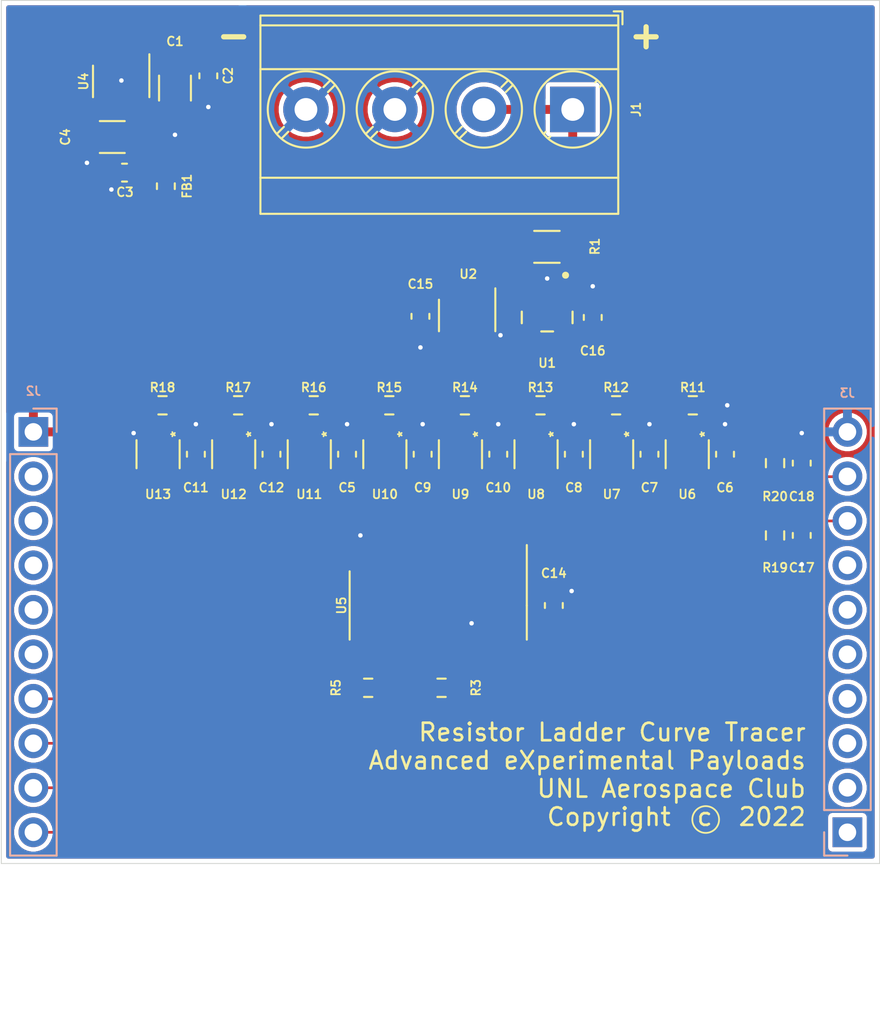
<source format=kicad_pcb>
(kicad_pcb (version 20171130) (host pcbnew "(5.1.10)-1")
  (title_block (title "Resistor Ladder Curve Tracer Layout") (date 2022-09-18) (rev A) (company "UNL Aerospace Club") (comment 1 "Copyright (c) 2022") (comment 2 "Designer: WSA") (comment 3 "Reviewer: WSA") (comment 4 "Approved: WSA"))
  (layers (0 F.Cu signal) (31 B.Cu signal) (34 B.Paste user) (35 F.Paste user) (36 B.SilkS user hide) (37 F.SilkS user) (38 B.Mask user) (39 F.Mask user) (44 Edge.Cuts user))
  (net 0 "")
  (net 1 GND)
  (net 2 VBUS)
  (net 3 "Net-(C3-Pad1)")
  (net 4 +3V3)
  (net 5 I_PANEL_MEASURE)
  (net 6 "Net-(J2-Pad4)")
  (net 7 "Net-(J2-Pad3)")
  (net 8 V_PANEL_MEASURE)
  (net 9 "Net-(J3-Pad7)")
  (net 10 "Net-(J3-Pad6)")
  (net 11 "Net-(J3-Pad4)")
  (net 12 "Net-(J3-Pad3)")
  (net 13 "Net-(J3-Pad2)")
  (net 14 "/Resistor Ladder/V_PANEL")
  (net 15 "Net-(R11-Pad1)")
  (net 16 "Net-(R12-Pad1)")
  (net 17 "Net-(R13-Pad1)")
  (net 18 "Net-(R14-Pad1)")
  (net 19 "Net-(R15-Pad1)")
  (net 20 "Net-(R16-Pad1)")
  (net 21 "Net-(R17-Pad1)")
  (net 22 "Net-(U4-Pad4)")
  (net 23 "Net-(U5-Pad15)")
  (net 24 "Net-(U5-Pad9)")
  (net 25 "Net-(U13-Pad4)")
  (net 26 "Net-(U12-Pad4)")
  (net 27 "Net-(U11-Pad4)")
  (net 28 "Net-(U10-Pad4)")
  (net 29 "Net-(U5-Pad3)")
  (net 30 "Net-(U5-Pad2)")
  (net 31 "Net-(U5-Pad1)")
  (net 32 "Net-(U6-Pad5)")
  (net 33 "Net-(U7-Pad5)")
  (net 34 "Net-(U8-Pad5)")
  (net 35 "Net-(U9-Pad5)")
  (net 36 "Net-(U10-Pad5)")
  (net 37 "Net-(U11-Pad5)")
  (net 38 "Net-(U12-Pad5)")
  (net 39 "Net-(U13-Pad5)")
  (net 40 "Net-(R19-Pad1)")
  (net 41 "Net-(R20-Pad1)")
  (net 42 LADDER_RESET)
  (net 43 LADDER_CLOCK)
  (net 44 LADDER_EN)
  (net 45 "Net-(J1-Pad1)")
  (net 46 "Net-(J2-Pad2)")
  (net 47 "Net-(J2-Pad6)")
  (net 48 "Net-(J2-Pad5)")
  (net 49 LADDER_LATCH)
  (net 50 "Net-(J3-Pad1)")
  (net 51 "Net-(J3-Pad5)")
  (module Package_TO_SOT_SMD:SOT-23-5 (layer F.Cu) (at 131.3053 89.0778 270)
    (fp_text reference U4 (at 0 2.1463 90) (layer F.SilkS) (effects (font (size 0.5 0.5) (thickness 0.1))))
    (fp_text value AP2112K-3.3)
    (pad 1 smd rect (at -1.1 -0.95 270) (size 1.06 0.65) (layers F.Cu F.Paste F.Mask) (net 2 VBUS))
    (pad 2 smd rect (at -1.1 0 270) (size 1.06 0.65) (layers F.Cu F.Paste F.Mask) (net 1 GND))
    (pad 3 smd rect (at -1.1 0.95 270) (size 1.06 0.65) (layers F.Cu F.Paste F.Mask) (net 2 VBUS))
    (pad 4 smd rect (at 1.1 0.95 270) (size 1.06 0.65) (layers F.Cu F.Paste F.Mask) (net 22 "Net-(U4-Pad4)"))
    (pad 5 smd rect (at 1.1 -0.95 270) (size 1.06 0.65) (layers F.Cu F.Paste F.Mask) (net 3 "Net-(C3-Pad1)"))
  )
  (module Inductor_SMD:L_0603_1608Metric (layer F.Cu) (at 133.858 95.0595 90)
    (fp_text reference FB1 (at 0 1.2065 90) (layer F.SilkS) (effects (font (size 0.5 0.5) (thickness 0.1))))
    (fp_text value Ferrite_Bead)
    (pad 1 smd roundrect (at -0.7875 0 90) (size 0.875 0.95) (layers F.Cu F.Paste F.Mask) (net 4 +3V3))
    (pad 2 smd roundrect (at 0.7875 0 90) (size 0.875 0.95) (layers F.Cu F.Paste F.Mask) (net 3 "Net-(C3-Pad1)"))
  )
  (module Capacitor_SMD:C_1206_3216Metric (layer F.Cu) (at 130.7973 92.2528 180)
    (fp_text reference C4 (at 2.6797 0 90) (layer F.SilkS) (effects (font (size 0.5 0.5) (thickness 0.1))))
    (fp_text value 10u)
    (pad 1 smd roundrect (at -1.475 0 180) (size 1.15 1.8) (layers F.Cu F.Paste F.Mask) (roundrect_rratio 0.2173904347826087) (net 3 "Net-(C3-Pad1)"))
    (pad 2 smd roundrect (at 1.475 0 180) (size 1.15 1.8) (layers F.Cu F.Paste F.Mask) (roundrect_rratio 0.2173904347826087) (net 1 GND))
  )
  (module Capacitor_SMD:C_0603_1608Metric (layer F.Cu) (at 131.4958 94.2848 180)
    (fp_text reference C3 (at -0.0254 -1.1176 180) (layer F.SilkS) (effects (font (size 0.5 0.5) (thickness 0.1))))
    (fp_text value 1u)
    (pad 1 smd roundrect (at -0.775 0 180) (size 0.9 0.95) (layers F.Cu F.Paste F.Mask) (net 3 "Net-(C3-Pad1)"))
    (pad 2 smd roundrect (at 0.775 0 180) (size 0.9 0.95) (layers F.Cu F.Paste F.Mask) (net 1 GND))
  )
  (module Capacitor_SMD:C_0603_1608Metric (layer F.Cu) (at 136.2837 88.7603 270)
    (fp_text reference C2 (at -0.0127 -1.1303 90) (layer F.SilkS) (effects (font (size 0.5 0.5) (thickness 0.1))))
    (fp_text value 1u)
    (pad 1 smd roundrect (at -0.775 0 270) (size 0.9 0.95) (layers F.Cu F.Paste F.Mask) (net 2 VBUS))
    (pad 2 smd roundrect (at 0.775 0 270) (size 0.9 0.95) (layers F.Cu F.Paste F.Mask) (net 1 GND))
  )
  (module Capacitor_SMD:C_1206_3216Metric (layer F.Cu) (at 134.3787 89.4588 270)
    (fp_text reference C1 (at -2.667 0) (layer F.SilkS) (effects (font (size 0.5 0.5) (thickness 0.1))))
    (fp_text value 10u)
    (pad 1 smd roundrect (at -1.475 0 270) (size 1.15 1.8) (layers F.Cu F.Paste F.Mask) (roundrect_rratio 0.2173904347826087) (net 2 VBUS))
    (pad 2 smd roundrect (at 1.475 0 270) (size 1.15 1.8) (layers F.Cu F.Paste F.Mask) (roundrect_rratio 0.2173904347826087) (net 1 GND))
  )
  (module Resistor_SMD:R_0603_1608Metric (layer F.Cu) (at 168.656 110.871 270)
    (fp_text reference R20 (at 1.905 0) (layer F.SilkS) (effects (font (size 0.5 0.5) (thickness 0.1))))
    (fp_text value 10k)
    (pad 2 smd roundrect (at 0.825 0 270) (size 0.8 0.95) (layers F.Cu F.Paste F.Mask) (net 5 I_PANEL_MEASURE))
    (pad 1 smd roundrect (at -0.825 0 270) (size 0.8 0.95) (layers F.Cu F.Paste F.Mask) (net 41 "Net-(R20-Pad1)"))
  )
  (module Resistor_SMD:R_0603_1608Metric (layer F.Cu) (at 168.656 114.9985 90)
    (fp_text reference R19 (at -1.8415 0 180) (layer F.SilkS) (effects (font (size 0.5 0.5) (thickness 0.1))))
    (fp_text value 10k)
    (pad 2 smd roundrect (at 0.825 0 90) (size 0.8 0.95) (layers F.Cu F.Paste F.Mask) (net 8 V_PANEL_MEASURE))
    (pad 1 smd roundrect (at -0.825 0 90) (size 0.8 0.95) (layers F.Cu F.Paste F.Mask) (net 40 "Net-(R19-Pad1)"))
  )
  (module Capacitor_SMD:C_0603_1608Metric (layer F.Cu) (at 170.18 110.871 90)
    (fp_text reference C18 (at -1.905 0) (layer F.SilkS) (effects (font (size 0.5 0.5) (thickness 0.1))))
    (fp_text value 10u)
    (pad 2 smd roundrect (at 0.775 0 90) (size 0.9 0.95) (layers F.Cu F.Paste F.Mask) (net 1 GND))
    (pad 1 smd roundrect (at -0.775 0 90) (size 0.9 0.95) (layers F.Cu F.Paste F.Mask) (net 5 I_PANEL_MEASURE))
  )
  (module Capacitor_SMD:C_0603_1608Metric (layer F.Cu) (at 170.18 114.9985 270)
    (fp_text reference C17 (at 1.8415 0 180) (layer F.SilkS) (effects (font (size 0.5 0.5) (thickness 0.1))))
    (fp_text value 10u)
    (pad 2 smd roundrect (at 0.775 0 270) (size 0.9 0.95) (layers F.Cu F.Paste F.Mask) (net 1 GND))
    (pad 1 smd roundrect (at -0.775 0 270) (size 0.9 0.95) (layers F.Cu F.Paste F.Mask) (net 8 V_PANEL_MEASURE))
  )
  (module ul_ADG841YKSZ-500RL7:ADG841YKSZ-500RL7 (layer F.Cu) (at 133.4135 110.363 270)
    (fp_text reference U13 (at 2.286 0 180) (layer F.SilkS) (effects (font (size 0.5 0.5) (thickness 0.1))))
    (fp_text value ADG841YKSZ-500RL7 hide)
    (fp_text user * (at -1.143 -1.016 90) (layer F.SilkS) (effects (font (size 0.5 0.5) (thickness 0.1))))
    (pad 1 smd rect (at -1.11125 -0.649999 270) (size 0.8763 0.3556) (layers F.Cu F.Paste F.Mask) (net 21 "Net-(R17-Pad1)"))
    (pad 2 smd rect (at -1.11125 0 270) (size 0.8763 0.3556) (layers F.Cu F.Paste F.Mask) (net 14 "/Resistor Ladder/V_PANEL"))
    (pad 3 smd rect (at -1.11125 0.649999 270) (size 0.8763 0.3556) (layers F.Cu F.Paste F.Mask) (net 1 GND))
    (pad 4 smd rect (at 1.11125 0.649999 270) (size 0.8763 0.3556) (layers F.Cu F.Paste F.Mask) (net 25 "Net-(U13-Pad4)"))
    (pad 5 smd rect (at 1.11125 0 270) (size 0.8763 0.3556) (layers F.Cu F.Paste F.Mask) (net 39 "Net-(U13-Pad5)"))
    (pad 6 smd rect (at 1.11125 -0.649999 270) (size 0.8763 0.3556) (layers F.Cu F.Paste F.Mask) (net 4 +3V3))
  )
  (module ul_ADG841YKSZ-500RL7:ADG841YKSZ-500RL7 (layer F.Cu) (at 137.7315 110.363 270)
    (fp_text reference U12 (at 2.286 0 180) (layer F.SilkS) (effects (font (size 0.5 0.5) (thickness 0.1))))
    (fp_text value ADG841YKSZ-500RL7 hide)
    (fp_text user * (at -1.143 -1.016 90) (layer F.SilkS) (effects (font (size 0.5 0.5) (thickness 0.1))))
    (pad 1 smd rect (at -1.11125 -0.649999 270) (size 0.8763 0.3556) (layers F.Cu F.Paste F.Mask) (net 20 "Net-(R16-Pad1)"))
    (pad 2 smd rect (at -1.11125 0 270) (size 0.8763 0.3556) (layers F.Cu F.Paste F.Mask) (net 21 "Net-(R17-Pad1)"))
    (pad 3 smd rect (at -1.11125 0.649999 270) (size 0.8763 0.3556) (layers F.Cu F.Paste F.Mask) (net 1 GND))
    (pad 4 smd rect (at 1.11125 0.649999 270) (size 0.8763 0.3556) (layers F.Cu F.Paste F.Mask) (net 26 "Net-(U12-Pad4)"))
    (pad 5 smd rect (at 1.11125 0 270) (size 0.8763 0.3556) (layers F.Cu F.Paste F.Mask) (net 38 "Net-(U12-Pad5)"))
    (pad 6 smd rect (at 1.11125 -0.649999 270) (size 0.8763 0.3556) (layers F.Cu F.Paste F.Mask) (net 4 +3V3))
  )
  (module ul_ADG841YKSZ-500RL7:ADG841YKSZ-500RL7 (layer F.Cu) (at 142.0495 110.363 270)
    (fp_text reference U11 (at 2.286 0 180) (layer F.SilkS) (effects (font (size 0.5 0.5) (thickness 0.1))))
    (fp_text value ADG841YKSZ-500RL7 hide)
    (fp_text user * (at -1.143 -1.016 90) (layer F.SilkS) (effects (font (size 0.5 0.5) (thickness 0.1))))
    (pad 1 smd rect (at -1.11125 -0.649999 270) (size 0.8763 0.3556) (layers F.Cu F.Paste F.Mask) (net 19 "Net-(R15-Pad1)"))
    (pad 2 smd rect (at -1.11125 0 270) (size 0.8763 0.3556) (layers F.Cu F.Paste F.Mask) (net 20 "Net-(R16-Pad1)"))
    (pad 3 smd rect (at -1.11125 0.649999 270) (size 0.8763 0.3556) (layers F.Cu F.Paste F.Mask) (net 1 GND))
    (pad 4 smd rect (at 1.11125 0.649999 270) (size 0.8763 0.3556) (layers F.Cu F.Paste F.Mask) (net 27 "Net-(U11-Pad4)"))
    (pad 5 smd rect (at 1.11125 0 270) (size 0.8763 0.3556) (layers F.Cu F.Paste F.Mask) (net 37 "Net-(U11-Pad5)"))
    (pad 6 smd rect (at 1.11125 -0.649999 270) (size 0.8763 0.3556) (layers F.Cu F.Paste F.Mask) (net 4 +3V3))
  )
  (module ul_ADG841YKSZ-500RL7:ADG841YKSZ-500RL7 (layer F.Cu) (at 146.3675 110.363 270)
    (fp_text reference U10 (at 2.286 0 180) (layer F.SilkS) (effects (font (size 0.5 0.5) (thickness 0.1))))
    (fp_text value ADG841YKSZ-500RL7 hide)
    (fp_text user * (at -1.143 -1.016 90) (layer F.SilkS) (effects (font (size 0.5 0.5) (thickness 0.1))))
    (pad 1 smd rect (at -1.11125 -0.649999 270) (size 0.8763 0.3556) (layers F.Cu F.Paste F.Mask) (net 18 "Net-(R14-Pad1)"))
    (pad 2 smd rect (at -1.11125 0 270) (size 0.8763 0.3556) (layers F.Cu F.Paste F.Mask) (net 19 "Net-(R15-Pad1)"))
    (pad 3 smd rect (at -1.11125 0.649999 270) (size 0.8763 0.3556) (layers F.Cu F.Paste F.Mask) (net 1 GND))
    (pad 4 smd rect (at 1.11125 0.649999 270) (size 0.8763 0.3556) (layers F.Cu F.Paste F.Mask) (net 28 "Net-(U10-Pad4)"))
    (pad 5 smd rect (at 1.11125 0 270) (size 0.8763 0.3556) (layers F.Cu F.Paste F.Mask) (net 36 "Net-(U10-Pad5)"))
    (pad 6 smd rect (at 1.11125 -0.649999 270) (size 0.8763 0.3556) (layers F.Cu F.Paste F.Mask) (net 4 +3V3))
  )
  (module ul_ADG841YKSZ-500RL7:ADG841YKSZ-500RL7 (layer F.Cu) (at 150.6855 110.363 270)
    (fp_text reference U9 (at 2.286 0 180) (layer F.SilkS) (effects (font (size 0.5 0.5) (thickness 0.1))))
    (fp_text value ADG841YKSZ-500RL7 hide)
    (fp_text user * (at -1.143 -1.016 90) (layer F.SilkS) (effects (font (size 0.5 0.5) (thickness 0.1))))
    (pad 1 smd rect (at -1.11125 -0.649999 270) (size 0.8763 0.3556) (layers F.Cu F.Paste F.Mask) (net 17 "Net-(R13-Pad1)"))
    (pad 2 smd rect (at -1.11125 0 270) (size 0.8763 0.3556) (layers F.Cu F.Paste F.Mask) (net 18 "Net-(R14-Pad1)"))
    (pad 3 smd rect (at -1.11125 0.649999 270) (size 0.8763 0.3556) (layers F.Cu F.Paste F.Mask) (net 1 GND))
    (pad 4 smd rect (at 1.11125 0.649999 270) (size 0.8763 0.3556) (layers F.Cu F.Paste F.Mask) (net 29 "Net-(U5-Pad3)"))
    (pad 5 smd rect (at 1.11125 0 270) (size 0.8763 0.3556) (layers F.Cu F.Paste F.Mask) (net 35 "Net-(U9-Pad5)"))
    (pad 6 smd rect (at 1.11125 -0.649999 270) (size 0.8763 0.3556) (layers F.Cu F.Paste F.Mask) (net 4 +3V3))
  )
  (module ul_ADG841YKSZ-500RL7:ADG841YKSZ-500RL7 (layer F.Cu) (at 155.0035 110.363 270)
    (fp_text reference U8 (at 2.286 0 180) (layer F.SilkS) (effects (font (size 0.5 0.5) (thickness 0.1))))
    (fp_text value ADG841YKSZ-500RL7 hide)
    (fp_text user * (at -1.143 -1.016 90) (layer F.SilkS) (effects (font (size 0.5 0.5) (thickness 0.1))))
    (pad 1 smd rect (at -1.11125 -0.649999 270) (size 0.8763 0.3556) (layers F.Cu F.Paste F.Mask) (net 16 "Net-(R12-Pad1)"))
    (pad 2 smd rect (at -1.11125 0 270) (size 0.8763 0.3556) (layers F.Cu F.Paste F.Mask) (net 17 "Net-(R13-Pad1)"))
    (pad 3 smd rect (at -1.11125 0.649999 270) (size 0.8763 0.3556) (layers F.Cu F.Paste F.Mask) (net 1 GND))
    (pad 4 smd rect (at 1.11125 0.649999 270) (size 0.8763 0.3556) (layers F.Cu F.Paste F.Mask) (net 30 "Net-(U5-Pad2)"))
    (pad 5 smd rect (at 1.11125 0 270) (size 0.8763 0.3556) (layers F.Cu F.Paste F.Mask) (net 34 "Net-(U8-Pad5)"))
    (pad 6 smd rect (at 1.11125 -0.649999 270) (size 0.8763 0.3556) (layers F.Cu F.Paste F.Mask) (net 4 +3V3))
  )
  (module ul_ADG841YKSZ-500RL7:ADG841YKSZ-500RL7 (layer F.Cu) (at 159.3215 110.363 270)
    (fp_text reference U7 (at 2.286 0 180) (layer F.SilkS) (effects (font (size 0.5 0.5) (thickness 0.1))))
    (fp_text value ADG841YKSZ-500RL7 hide)
    (fp_text user * (at -1.143 -1.016 90) (layer F.SilkS) (effects (font (size 0.5 0.5) (thickness 0.1))))
    (pad 1 smd rect (at -1.11125 -0.649999 270) (size 0.8763 0.3556) (layers F.Cu F.Paste F.Mask) (net 15 "Net-(R11-Pad1)"))
    (pad 2 smd rect (at -1.11125 0 270) (size 0.8763 0.3556) (layers F.Cu F.Paste F.Mask) (net 16 "Net-(R12-Pad1)"))
    (pad 3 smd rect (at -1.11125 0.649999 270) (size 0.8763 0.3556) (layers F.Cu F.Paste F.Mask) (net 1 GND))
    (pad 4 smd rect (at 1.11125 0.649999 270) (size 0.8763 0.3556) (layers F.Cu F.Paste F.Mask) (net 31 "Net-(U5-Pad1)"))
    (pad 5 smd rect (at 1.11125 0 270) (size 0.8763 0.3556) (layers F.Cu F.Paste F.Mask) (net 33 "Net-(U7-Pad5)"))
    (pad 6 smd rect (at 1.11125 -0.649999 270) (size 0.8763 0.3556) (layers F.Cu F.Paste F.Mask) (net 4 +3V3))
  )
  (module ul_ADG841YKSZ-500RL7:ADG841YKSZ-500RL7 (layer F.Cu) (at 163.6395 110.363 270)
    (fp_text reference U6 (at 2.286 0 180) (layer F.SilkS) (effects (font (size 0.5 0.5) (thickness 0.1))))
    (fp_text value ADG841YKSZ-500RL7 hide)
    (fp_text user * (at -1.143 -1.016 90) (layer F.SilkS) (effects (font (size 0.5 0.5) (thickness 0.1))))
    (pad 1 smd rect (at -1.11125 -0.649999 270) (size 0.8763 0.3556) (layers F.Cu F.Paste F.Mask) (net 1 GND))
    (pad 2 smd rect (at -1.11125 0 270) (size 0.8763 0.3556) (layers F.Cu F.Paste F.Mask) (net 15 "Net-(R11-Pad1)"))
    (pad 3 smd rect (at -1.11125 0.649999 270) (size 0.8763 0.3556) (layers F.Cu F.Paste F.Mask) (net 1 GND))
    (pad 4 smd rect (at 1.11125 0.649999 270) (size 0.8763 0.3556) (layers F.Cu F.Paste F.Mask) (net 23 "Net-(U5-Pad15)"))
    (pad 5 smd rect (at 1.11125 0 270) (size 0.8763 0.3556) (layers F.Cu F.Paste F.Mask) (net 32 "Net-(U6-Pad5)"))
    (pad 6 smd rect (at 1.11125 -0.649999 270) (size 0.8763 0.3556) (layers F.Cu F.Paste F.Mask) (net 4 +3V3))
  )
  (module TerminalBlock_Phoenix:TerminalBlock_Phoenix_MKDS-3-4-5.08_1x04_P5.08mm_Horizontal (layer F.Cu) (at 157.099 90.678 180)
    (fp_text reference J1 (at -3.6195 0 90) (layer F.SilkS) (effects (font (size 0.5 0.5) (thickness 0.1))))
    (fp_text value Screw_Terminal_01x04)
    (pad 1 thru_hole rect (at 0 0 180) (size 2.6 2.6) (drill 1.3) (layers *.Cu *.Mask) (net 45 "Net-(J1-Pad1)"))
    (pad 2 thru_hole circle (at 5.08 0 180) (size 2.6 2.6) (drill 1.3) (layers *.Cu *.Mask) (net 45 "Net-(J1-Pad1)"))
    (pad 3 thru_hole circle (at 10.16 0 180) (size 2.6 2.6) (drill 1.3) (layers *.Cu *.Mask) (net 1 GND))
    (pad 4 thru_hole circle (at 15.24 0 180) (size 2.6 2.6) (drill 1.3) (layers *.Cu *.Mask) (net 1 GND))
  )
  (module Package_SO:SOIC-16_3.9x9.9mm_P1.27mm (layer F.Cu) (at 149.4155 118.999 270)
    (fp_text reference U5 (at 0 5.5245 90) (layer F.SilkS) (effects (font (size 0.5 0.5) (thickness 0.1))))
    (fp_text value 74HC590)
    (pad 16 smd roundrect (at 2.475 -4.445 270) (size 1.95 0.6) (layers F.Cu F.Paste F.Mask) (net 4 +3V3))
    (pad 15 smd roundrect (at 2.475 -3.175 270) (size 1.95 0.6) (layers F.Cu F.Paste F.Mask) (net 23 "Net-(U5-Pad15)"))
    (pad 14 smd roundrect (at 2.475 -1.905 270) (size 1.95 0.6) (layers F.Cu F.Paste F.Mask) (net 1 GND))
    (pad 13 smd roundrect (at 2.475 -0.635 270) (size 1.95 0.6) (layers F.Cu F.Paste F.Mask) (net 49 LADDER_LATCH))
    (pad 12 smd roundrect (at 2.475 0.635 270) (size 1.95 0.6) (layers F.Cu F.Paste F.Mask) (net 44 LADDER_EN))
    (pad 11 smd roundrect (at 2.475 1.905 270) (size 1.95 0.6) (layers F.Cu F.Paste F.Mask) (net 43 LADDER_CLOCK))
    (pad 10 smd roundrect (at 2.475 3.175 270) (size 1.95 0.6) (layers F.Cu F.Paste F.Mask) (net 42 LADDER_RESET))
    (pad 9 smd roundrect (at 2.475 4.445 270) (size 1.95 0.6) (layers F.Cu F.Paste F.Mask) (net 24 "Net-(U5-Pad9)"))
    (pad 8 smd roundrect (at -2.475 4.445 270) (size 1.95 0.6) (layers F.Cu F.Paste F.Mask) (net 1 GND))
    (pad 7 smd roundrect (at -2.475 3.175 270) (size 1.95 0.6) (layers F.Cu F.Paste F.Mask) (net 25 "Net-(U13-Pad4)"))
    (pad 6 smd roundrect (at -2.475 1.905 270) (size 1.95 0.6) (layers F.Cu F.Paste F.Mask) (net 26 "Net-(U12-Pad4)"))
    (pad 5 smd roundrect (at -2.475 0.635 270) (size 1.95 0.6) (layers F.Cu F.Paste F.Mask) (net 27 "Net-(U11-Pad4)"))
    (pad 4 smd roundrect (at -2.475 -0.635 270) (size 1.95 0.6) (layers F.Cu F.Paste F.Mask) (net 28 "Net-(U10-Pad4)"))
    (pad 3 smd roundrect (at -2.475 -1.905 270) (size 1.95 0.6) (layers F.Cu F.Paste F.Mask) (net 29 "Net-(U5-Pad3)"))
    (pad 2 smd roundrect (at -2.475 -3.175 270) (size 1.95 0.6) (layers F.Cu F.Paste F.Mask) (net 30 "Net-(U5-Pad2)"))
    (pad 1 smd roundrect (at -2.475 -4.445 270) (size 1.95 0.6) (layers F.Cu F.Paste F.Mask) (net 31 "Net-(U5-Pad1)"))
  )
  (module Package_TO_SOT_SMD:SOT-23-5 (layer F.Cu) (at 151.068 102.441 270)
    (fp_text reference U2 (at -2.365 -0.062 180) (layer F.SilkS) (effects (font (size 0.5 0.5) (thickness 0.1))))
    (fp_text value MCP6401RT-xOT)
    (pad 5 smd rect (at 1.1 -0.95 270) (size 1.06 0.65) (layers F.Cu F.Paste F.Mask) (net 1 GND))
    (pad 4 smd rect (at 1.1 0.95 270) (size 1.06 0.65) (layers F.Cu F.Paste F.Mask) (net 40 "Net-(R19-Pad1)"))
    (pad 3 smd rect (at -1.1 0.95 270) (size 1.06 0.65) (layers F.Cu F.Paste F.Mask) (net 14 "/Resistor Ladder/V_PANEL"))
    (pad 2 smd rect (at -1.1 0 270) (size 1.06 0.65) (layers F.Cu F.Paste F.Mask) (net 4 +3V3))
    (pad 1 smd rect (at -1.1 -0.95 270) (size 1.06 0.65) (layers F.Cu F.Paste F.Mask) (net 40 "Net-(R19-Pad1)"))
  )
  (module INA180B2IDBVT:SOT95P280X145-5N (layer F.Cu) (at 155.6385 102.5525 270)
    (fp_text reference U1 (at 2.6035 0 180) (layer F.SilkS) (effects (font (size 0.5 0.5) (thickness 0.1))))
    (fp_text value INA180B2IDBVT)
    (pad 5 smd roundrect (at 1.255 -0.95 270) (size 1.21 0.59) (layers F.Cu F.Paste F.Mask) (roundrect_rratio 0.15) (net 4 +3V3))
    (pad 4 smd roundrect (at 1.255 0.95 270) (size 1.21 0.59) (layers F.Cu F.Paste F.Mask) (roundrect_rratio 0.15) (net 41 "Net-(R20-Pad1)"))
    (pad 3 smd roundrect (at -1.255 0.95 270) (size 1.21 0.59) (layers F.Cu F.Paste F.Mask) (roundrect_rratio 0.15) (net 14 "/Resistor Ladder/V_PANEL"))
    (pad 2 smd roundrect (at -1.255 0 270) (size 1.21 0.59) (layers F.Cu F.Paste F.Mask) (roundrect_rratio 0.15) (net 1 GND))
    (pad 1 smd roundrect (at -1.255 -0.95 270) (size 1.21 0.59) (layers F.Cu F.Paste F.Mask) (roundrect_rratio 0.15) (net 45 "Net-(J1-Pad1)"))
  )
  (module Resistor_SMD:R_0603_1608Metric (layer F.Cu) (at 133.6675 107.569)
    (fp_text reference R18 (at 0 -1.016) (layer F.SilkS) (effects (font (size 0.5 0.5) (thickness 0.1))))
    (fp_text value 16000)
    (pad 2 smd roundrect (at 0.825 0) (size 0.8 0.95) (layers F.Cu F.Paste F.Mask) (net 21 "Net-(R17-Pad1)"))
    (pad 1 smd roundrect (at -0.825 0) (size 0.8 0.95) (layers F.Cu F.Paste F.Mask) (net 14 "/Resistor Ladder/V_PANEL"))
  )
  (module Resistor_SMD:R_0603_1608Metric (layer F.Cu) (at 137.9855 107.569)
    (fp_text reference R17 (at 0 -1.016) (layer F.SilkS) (effects (font (size 0.5 0.5) (thickness 0.1))))
    (fp_text value 8000)
    (pad 2 smd roundrect (at 0.825 0) (size 0.8 0.95) (layers F.Cu F.Paste F.Mask) (net 20 "Net-(R16-Pad1)"))
    (pad 1 smd roundrect (at -0.825 0) (size 0.8 0.95) (layers F.Cu F.Paste F.Mask) (net 21 "Net-(R17-Pad1)"))
  )
  (module Resistor_SMD:R_0603_1608Metric (layer F.Cu) (at 142.3035 107.569)
    (fp_text reference R16 (at 0 -1.016) (layer F.SilkS) (effects (font (size 0.5 0.5) (thickness 0.1))))
    (fp_text value 4000)
    (pad 2 smd roundrect (at 0.825 0) (size 0.8 0.95) (layers F.Cu F.Paste F.Mask) (net 19 "Net-(R15-Pad1)"))
    (pad 1 smd roundrect (at -0.825 0) (size 0.8 0.95) (layers F.Cu F.Paste F.Mask) (net 20 "Net-(R16-Pad1)"))
  )
  (module Resistor_SMD:R_0603_1608Metric (layer F.Cu) (at 146.6215 107.569)
    (fp_text reference R15 (at 0 -1.016) (layer F.SilkS) (effects (font (size 0.5 0.5) (thickness 0.1))))
    (fp_text value 2000)
    (pad 2 smd roundrect (at 0.825 0) (size 0.8 0.95) (layers F.Cu F.Paste F.Mask) (net 18 "Net-(R14-Pad1)"))
    (pad 1 smd roundrect (at -0.825 0) (size 0.8 0.95) (layers F.Cu F.Paste F.Mask) (net 19 "Net-(R15-Pad1)"))
  )
  (module Resistor_SMD:R_0603_1608Metric (layer F.Cu) (at 150.9395 107.569)
    (fp_text reference R14 (at 0 -1.016) (layer F.SilkS) (effects (font (size 0.5 0.5) (thickness 0.1))))
    (fp_text value 1000)
    (pad 2 smd roundrect (at 0.825 0) (size 0.8 0.95) (layers F.Cu F.Paste F.Mask) (net 17 "Net-(R13-Pad1)"))
    (pad 1 smd roundrect (at -0.825 0) (size 0.8 0.95) (layers F.Cu F.Paste F.Mask) (net 18 "Net-(R14-Pad1)"))
  )
  (module Resistor_SMD:R_0603_1608Metric (layer F.Cu) (at 155.2575 107.569)
    (fp_text reference R13 (at 0 -1.016) (layer F.SilkS) (effects (font (size 0.5 0.5) (thickness 0.1))))
    (fp_text value 500)
    (pad 2 smd roundrect (at 0.825 0) (size 0.8 0.95) (layers F.Cu F.Paste F.Mask) (net 16 "Net-(R12-Pad1)"))
    (pad 1 smd roundrect (at -0.825 0) (size 0.8 0.95) (layers F.Cu F.Paste F.Mask) (net 17 "Net-(R13-Pad1)"))
  )
  (module Resistor_SMD:R_0603_1608Metric (layer F.Cu) (at 159.5755 107.569)
    (fp_text reference R12 (at 0 -1.016) (layer F.SilkS) (effects (font (size 0.5 0.5) (thickness 0.1))))
    (fp_text value 250)
    (pad 2 smd roundrect (at 0.825 0) (size 0.8 0.95) (layers F.Cu F.Paste F.Mask) (net 15 "Net-(R11-Pad1)"))
    (pad 1 smd roundrect (at -0.825 0) (size 0.8 0.95) (layers F.Cu F.Paste F.Mask) (net 16 "Net-(R12-Pad1)"))
  )
  (module Resistor_SMD:R_0603_1608Metric (layer F.Cu) (at 163.9565 107.569)
    (fp_text reference R11 (at 0 -1.016) (layer F.SilkS) (effects (font (size 0.5 0.5) (thickness 0.1))))
    (fp_text value 50)
    (pad 2 smd roundrect (at 0.825 0) (size 0.8 0.95) (layers F.Cu F.Paste F.Mask) (net 1 GND))
    (pad 1 smd roundrect (at -0.825 0) (size 0.8 0.95) (layers F.Cu F.Paste F.Mask) (net 15 "Net-(R11-Pad1)"))
  )
  (module Resistor_SMD:R_0603_1608Metric (layer F.Cu) (at 145.415 123.698 180)
    (fp_text reference R5 (at 1.8415 0 90) (layer F.SilkS) (effects (font (size 0.5 0.5) (thickness 0.1))))
    (fp_text value 10k)
    (pad 2 smd roundrect (at 0.825 0 180) (size 0.8 0.95) (layers F.Cu F.Paste F.Mask) (net 4 +3V3))
    (pad 1 smd roundrect (at -0.825 0 180) (size 0.8 0.95) (layers F.Cu F.Paste F.Mask) (net 42 LADDER_RESET))
  )
  (module Resistor_SMD:R_0603_1608Metric (layer F.Cu) (at 149.606 123.698)
    (fp_text reference R3 (at 1.9685 0 90) (layer F.SilkS) (effects (font (size 0.5 0.5) (thickness 0.1))))
    (fp_text value 10k)
    (pad 2 smd roundrect (at 0.825 0) (size 0.8 0.95) (layers F.Cu F.Paste F.Mask) (net 4 +3V3))
    (pad 1 smd roundrect (at -0.825 0) (size 0.8 0.95) (layers F.Cu F.Paste F.Mask) (net 44 LADDER_EN))
  )
  (module Resistor_SMD:R_1206_3216Metric (layer F.Cu) (at 155.624 98.523)
    (fp_text reference R1 (at 2.745 -0.0218 90) (layer F.SilkS) (effects (font (size 0.5 0.5) (thickness 0.1))))
    (fp_text value R)
    (pad 2 smd roundrect (at 1.4625 0) (size 1.125 1.75) (layers F.Cu F.Paste F.Mask) (roundrect_rratio 0.2222195555555556) (net 45 "Net-(J1-Pad1)"))
    (pad 1 smd roundrect (at -1.4625 0) (size 1.125 1.75) (layers F.Cu F.Paste F.Mask) (roundrect_rratio 0.2222195555555556) (net 14 "/Resistor Ladder/V_PANEL"))
  )
  (module Connector_PinHeader_2.54mm:PinHeader_1x10_P2.54mm_Vertical (layer B.Cu) (at 172.79 131.9475)
    (fp_text reference J3 (at -0.0065 -25.077) (layer B.SilkS) (effects (font (size 0.5 0.5) (thickness 0.1)) (justify mirror)))
    (fp_text value Conn_01x10_Female)
    (pad 1 thru_hole rect (at 0 0) (size 1.7 1.7) (drill 1) (layers *.Cu *.Mask) (net 50 "Net-(J3-Pad1)"))
    (pad 2 thru_hole oval (at 0 -2.54) (size 1.7 1.7) (drill 1) (layers *.Cu *.Mask) (net 13 "Net-(J3-Pad2)"))
    (pad 3 thru_hole oval (at 0 -5.08) (size 1.7 1.7) (drill 1) (layers *.Cu *.Mask) (net 12 "Net-(J3-Pad3)"))
    (pad 4 thru_hole oval (at 0 -7.62) (size 1.7 1.7) (drill 1) (layers *.Cu *.Mask) (net 11 "Net-(J3-Pad4)"))
    (pad 5 thru_hole oval (at 0 -10.16) (size 1.7 1.7) (drill 1) (layers *.Cu *.Mask) (net 51 "Net-(J3-Pad5)"))
    (pad 6 thru_hole oval (at 0 -12.7) (size 1.7 1.7) (drill 1) (layers *.Cu *.Mask) (net 10 "Net-(J3-Pad6)"))
    (pad 7 thru_hole oval (at 0 -15.24) (size 1.7 1.7) (drill 1) (layers *.Cu *.Mask) (net 9 "Net-(J3-Pad7)"))
    (pad 8 thru_hole oval (at 0 -17.78) (size 1.7 1.7) (drill 1) (layers *.Cu *.Mask) (net 8 V_PANEL_MEASURE))
    (pad 9 thru_hole oval (at 0 -20.32) (size 1.7 1.7) (drill 1) (layers *.Cu *.Mask) (net 5 I_PANEL_MEASURE))
    (pad 10 thru_hole oval (at 0 -22.86) (size 1.7 1.7) (drill 1) (layers *.Cu *.Mask) (net 1 GND))
  )
  (module Connector_PinHeader_2.54mm:PinHeader_1x10_P2.54mm_Vertical (layer B.Cu) (at 126.29 109.0875 180)
    (fp_text reference J2 (at 0 2.33) (layer B.SilkS) (effects (font (size 0.5 0.5) (thickness 0.1)) (justify mirror)))
    (fp_text value Conn_01x10_Female)
    (pad 1 thru_hole rect (at 0 0 180) (size 1.7 1.7) (drill 1) (layers *.Cu *.Mask) (net 2 VBUS))
    (pad 2 thru_hole oval (at 0 -2.54 180) (size 1.7 1.7) (drill 1) (layers *.Cu *.Mask) (net 46 "Net-(J2-Pad2)"))
    (pad 3 thru_hole oval (at 0 -5.08 180) (size 1.7 1.7) (drill 1) (layers *.Cu *.Mask) (net 7 "Net-(J2-Pad3)"))
    (pad 4 thru_hole oval (at 0 -7.62 180) (size 1.7 1.7) (drill 1) (layers *.Cu *.Mask) (net 6 "Net-(J2-Pad4)"))
    (pad 5 thru_hole oval (at 0 -10.16 180) (size 1.7 1.7) (drill 1) (layers *.Cu *.Mask) (net 48 "Net-(J2-Pad5)"))
    (pad 6 thru_hole oval (at 0 -12.7 180) (size 1.7 1.7) (drill 1) (layers *.Cu *.Mask) (net 47 "Net-(J2-Pad6)"))
    (pad 7 thru_hole oval (at 0 -15.24 180) (size 1.7 1.7) (drill 1) (layers *.Cu *.Mask) (net 42 LADDER_RESET))
    (pad 8 thru_hole oval (at 0 -17.78 180) (size 1.7 1.7) (drill 1) (layers *.Cu *.Mask) (net 43 LADDER_CLOCK))
    (pad 9 thru_hole oval (at 0 -20.32 180) (size 1.7 1.7) (drill 1) (layers *.Cu *.Mask) (net 44 LADDER_EN))
    (pad 10 thru_hole oval (at 0 -22.86 180) (size 1.7 1.7) (drill 1) (layers *.Cu *.Mask) (net 49 LADDER_LATCH))
  )
  (module Capacitor_SMD:C_0603_1608Metric (layer F.Cu) (at 158.242 102.5525 90)
    (fp_text reference C16 (at -1.905 0) (layer F.SilkS) (effects (font (size 0.5 0.5) (thickness 0.1))))
    (fp_text value 0.1u)
    (pad 2 smd roundrect (at 0.775 0 90) (size 0.9 0.95) (layers F.Cu F.Paste F.Mask) (net 1 GND))
    (pad 1 smd roundrect (at -0.775 0 90) (size 0.9 0.95) (layers F.Cu F.Paste F.Mask) (net 4 +3V3))
  )
  (module Capacitor_SMD:C_0603_1608Metric (layer F.Cu) (at 148.3995 102.489 270)
    (fp_text reference C15 (at -1.8415 0) (layer F.SilkS) (effects (font (size 0.5 0.5) (thickness 0.1))))
    (fp_text value 0.1u)
    (pad 2 smd roundrect (at 0.775 0 270) (size 0.9 0.95) (layers F.Cu F.Paste F.Mask) (net 1 GND))
    (pad 1 smd roundrect (at -0.775 0 270) (size 0.9 0.95) (layers F.Cu F.Paste F.Mask) (net 4 +3V3))
  )
  (module Capacitor_SMD:C_0603_1608Metric (layer F.Cu) (at 156.0195 118.999 90)
    (fp_text reference C14 (at 1.8415 0 180) (layer F.SilkS) (effects (font (size 0.5 0.5) (thickness 0.1))))
    (fp_text value 0.1u)
    (pad 2 smd roundrect (at 0.775 0 90) (size 0.9 0.95) (layers F.Cu F.Paste F.Mask) (net 1 GND))
    (pad 1 smd roundrect (at -0.775 0 90) (size 0.9 0.95) (layers F.Cu F.Paste F.Mask) (net 4 +3V3))
  )
  (module Capacitor_SMD:C_0603_1608Metric (layer F.Cu) (at 139.8905 110.363 90)
    (fp_text reference C12 (at -1.905 0 180) (layer F.SilkS) (effects (font (size 0.5 0.5) (thickness 0.1))))
    (fp_text value 0.1u)
    (pad 2 smd roundrect (at 0.775 0 90) (size 0.9 0.95) (layers F.Cu F.Paste F.Mask) (net 1 GND))
    (pad 1 smd roundrect (at -0.775 0 90) (size 0.9 0.95) (layers F.Cu F.Paste F.Mask) (net 4 +3V3))
  )
  (module Capacitor_SMD:C_0603_1608Metric (layer F.Cu) (at 135.5725 110.363 90)
    (fp_text reference C11 (at -1.905 0 180) (layer F.SilkS) (effects (font (size 0.5 0.5) (thickness 0.1))))
    (fp_text value 0.1u)
    (pad 2 smd roundrect (at 0.775 0 90) (size 0.9 0.95) (layers F.Cu F.Paste F.Mask) (net 1 GND))
    (pad 1 smd roundrect (at -0.775 0 90) (size 0.9 0.95) (layers F.Cu F.Paste F.Mask) (net 4 +3V3))
  )
  (module Capacitor_SMD:C_0603_1608Metric (layer F.Cu) (at 152.8445 110.363 90)
    (fp_text reference C10 (at -1.905 0 180) (layer F.SilkS) (effects (font (size 0.5 0.5) (thickness 0.1))))
    (fp_text value 0.1u)
    (pad 2 smd roundrect (at 0.775 0 90) (size 0.9 0.95) (layers F.Cu F.Paste F.Mask) (net 1 GND))
    (pad 1 smd roundrect (at -0.775 0 90) (size 0.9 0.95) (layers F.Cu F.Paste F.Mask) (net 4 +3V3))
  )
  (module Capacitor_SMD:C_0603_1608Metric (layer F.Cu) (at 148.5265 110.363 90)
    (fp_text reference C9 (at -1.905 0 180) (layer F.SilkS) (effects (font (size 0.5 0.5) (thickness 0.1))))
    (fp_text value 0.1u)
    (pad 2 smd roundrect (at 0.775 0 90) (size 0.9 0.95) (layers F.Cu F.Paste F.Mask) (net 1 GND))
    (pad 1 smd roundrect (at -0.775 0 90) (size 0.9 0.95) (layers F.Cu F.Paste F.Mask) (net 4 +3V3))
  )
  (module Capacitor_SMD:C_0603_1608Metric (layer F.Cu) (at 157.1625 110.363 90)
    (fp_text reference C8 (at -1.905 0 180) (layer F.SilkS) (effects (font (size 0.5 0.5) (thickness 0.1))))
    (fp_text value 0.1u)
    (pad 2 smd roundrect (at 0.775 0 90) (size 0.9 0.95) (layers F.Cu F.Paste F.Mask) (net 1 GND))
    (pad 1 smd roundrect (at -0.775 0 90) (size 0.9 0.95) (layers F.Cu F.Paste F.Mask) (net 4 +3V3))
  )
  (module Capacitor_SMD:C_0603_1608Metric (layer F.Cu) (at 161.4805 110.363 90)
    (fp_text reference C7 (at -1.905 0 180) (layer F.SilkS) (effects (font (size 0.5 0.5) (thickness 0.1))))
    (fp_text value 0.1u)
    (pad 2 smd roundrect (at 0.775 0 90) (size 0.9 0.95) (layers F.Cu F.Paste F.Mask) (net 1 GND))
    (pad 1 smd roundrect (at -0.775 0 90) (size 0.9 0.95) (layers F.Cu F.Paste F.Mask) (net 4 +3V3))
  )
  (module Capacitor_SMD:C_0603_1608Metric (layer F.Cu) (at 165.7985 110.363 90)
    (fp_text reference C6 (at -1.905 0 180) (layer F.SilkS) (effects (font (size 0.5 0.5) (thickness 0.1))))
    (fp_text value 0.1u)
    (pad 2 smd roundrect (at 0.775 0 90) (size 0.9 0.95) (layers F.Cu F.Paste F.Mask) (net 1 GND))
    (pad 1 smd roundrect (at -0.775 0 90) (size 0.9 0.95) (layers F.Cu F.Paste F.Mask) (net 4 +3V3))
  )
  (module Capacitor_SMD:C_0603_1608Metric (layer F.Cu) (at 144.2085 110.363 90)
    (fp_text reference C5 (at -1.905 0 180) (layer F.SilkS) (effects (font (size 0.5 0.5) (thickness 0.1))))
    (fp_text value 0.1u)
    (pad 2 smd roundrect (at 0.775 0 90) (size 0.9 0.95) (layers F.Cu F.Paste F.Mask) (net 1 GND))
    (pad 1 smd roundrect (at -0.775 0 90) (size 0.9 0.95) (layers F.Cu F.Paste F.Mask) (net 4 +3V3))
  )
  (gr_circle (center 164.6936 131.219041) (end 165.2651 130.711041) (layer F.SilkS) (width 0.1))
  (gr_text "Resistor Ladder Curve Tracer\nAdvanced eXperimental Payloads\nUNL Aerospace Club\nCopyright  c  2022" (at 170.4975 128.651) (layer F.SilkS) (effects (font (size 1 1)) (justify right)))
  (gr_text + (at 161.29 86.4235) (layer F.SilkS) (effects (font (size 1.5 1.5) (thickness 0.3))))
  (gr_text - (at 137.7315 86.4235) (layer F.SilkS) (effects (font (size 1.5 1.5) (thickness 0.3))))
  (gr_line (start 124.46 84.4545) (end 174.625 84.4545) (layer Edge.Cuts) (width 0.05))
  (gr_line (start 124.46 84.4545) (end 124.46 133.731) (layer Edge.Cuts) (width 0.05))
  (gr_line (start 174.625 133.731) (end 174.625 84.4545) (layer Edge.Cuts) (width 0.05))
  (gr_line (start 124.46 133.731) (end 174.625 133.731) (layer Edge.Cuts) (width 0.05))
  (segment (start 162.989501 109.25175) (end 162.65525 109.25175) (width 0.1524) (layer F.Cu) (net 1))
  (segment (start 165.2905 108.3945) (end 165.481 108.204) (width 0.1524) (layer F.Cu) (net 1))
  (segment (start 165.481 108.204) (end 165.481 107.7595) (width 0.1524) (layer F.Cu) (net 1))
  (segment (start 164.289499 109.25175) (end 164.289499 108.633501) (width 0.1524) (layer F.Cu) (net 1))
  (segment (start 164.289499 108.633501) (end 164.5285 108.3945) (width 0.1524) (layer F.Cu) (net 1))
  (segment (start 164.5285 108.3945) (end 165.2905 108.3945) (width 0.1524) (layer F.Cu) (net 1))
  (segment (start 158.671501 109.25175) (end 158.33725 109.25175) (width 0.1524) (layer F.Cu) (net 1))
  (segment (start 154.353501 109.25175) (end 154.01925 109.25175) (width 0.1524) (layer F.Cu) (net 1))
  (segment (start 150.035501 109.25175) (end 149.70125 109.25175) (width 0.1524) (layer F.Cu) (net 1))
  (segment (start 141.399501 109.25175) (end 141.06525 109.25175) (width 0.1524) (layer F.Cu) (net 1))
  (via (at 144.9705 114.9985) (size 0.508) (drill 0.254) (layers F.Cu B.Cu) (net 1))
  (segment (start 144.9705 116.524) (end 144.9705 114.9985) (width 0.1524) (layer F.Cu) (net 1))
  (via (at 157.0355 118.1735) (size 0.508) (drill 0.254) (layers F.Cu B.Cu) (net 1))
  (segment (start 156.985 118.224) (end 157.0355 118.1735) (width 0.1524) (layer F.Cu) (net 1))
  (segment (start 156.0195 118.224) (end 156.985 118.224) (width 0.1524) (layer F.Cu) (net 1))
  (via (at 135.5725 108.6485) (size 0.508) (drill 0.254) (layers F.Cu B.Cu) (net 1))
  (segment (start 135.5725 109.588) (end 135.5725 108.6485) (width 0.1524) (layer F.Cu) (net 1))
  (via (at 139.8905 108.6485) (size 0.508) (drill 0.254) (layers F.Cu B.Cu) (net 1))
  (segment (start 139.8905 109.588) (end 139.8905 108.6485) (width 0.1524) (layer F.Cu) (net 1))
  (via (at 144.2085 108.6485) (size 0.508) (drill 0.254) (layers F.Cu B.Cu) (net 1))
  (segment (start 144.2085 109.588) (end 144.2085 108.6485) (width 0.1524) (layer F.Cu) (net 1))
  (via (at 148.5265 108.6485) (size 0.508) (drill 0.254) (layers F.Cu B.Cu) (net 1))
  (segment (start 148.5265 109.588) (end 148.5265 108.6485) (width 0.1524) (layer F.Cu) (net 1))
  (via (at 152.8445 108.6485) (size 0.508) (drill 0.254) (layers F.Cu B.Cu) (net 1))
  (segment (start 152.8445 109.588) (end 152.8445 108.6485) (width 0.1524) (layer F.Cu) (net 1))
  (via (at 157.1625 108.6485) (size 0.508) (drill 0.254) (layers F.Cu B.Cu) (net 1))
  (segment (start 157.1625 109.588) (end 157.1625 108.6485) (width 0.1524) (layer F.Cu) (net 1))
  (via (at 161.4805 108.6485) (size 0.508) (drill 0.254) (layers F.Cu B.Cu) (net 1))
  (segment (start 161.4805 109.588) (end 161.4805 108.6485) (width 0.1524) (layer F.Cu) (net 1))
  (via (at 165.7985 108.6485) (size 0.508) (drill 0.254) (layers F.Cu B.Cu) (net 1))
  (segment (start 165.7985 109.588) (end 165.7985 108.6485) (width 0.1524) (layer F.Cu) (net 1))
  (segment (start 162.989501 109.25175) (end 162.52825 109.25175) (width 0.1524) (layer F.Cu) (net 1))
  (segment (start 162.192 109.588) (end 161.4805 109.588) (width 0.1524) (layer F.Cu) (net 1))
  (segment (start 162.52825 109.25175) (end 162.192 109.588) (width 0.1524) (layer F.Cu) (net 1))
  (segment (start 158.671501 109.25175) (end 158.33725 109.25175) (width 0.1524) (layer F.Cu) (net 1))
  (segment (start 158.001 109.588) (end 157.1625 109.588) (width 0.1524) (layer F.Cu) (net 1))
  (segment (start 158.33725 109.25175) (end 158.001 109.588) (width 0.1524) (layer F.Cu) (net 1))
  (segment (start 154.353501 109.25175) (end 153.89225 109.25175) (width 0.1524) (layer F.Cu) (net 1))
  (segment (start 153.556 109.588) (end 152.8445 109.588) (width 0.1524) (layer F.Cu) (net 1))
  (segment (start 153.89225 109.25175) (end 153.556 109.588) (width 0.1524) (layer F.Cu) (net 1))
  (segment (start 150.035501 109.25175) (end 149.70125 109.25175) (width 0.1524) (layer F.Cu) (net 1))
  (segment (start 149.365 109.588) (end 148.5265 109.588) (width 0.1524) (layer F.Cu) (net 1))
  (segment (start 149.70125 109.25175) (end 149.365 109.588) (width 0.1524) (layer F.Cu) (net 1))
  (segment (start 145.717501 109.25175) (end 145.51025 109.25175) (width 0.1524) (layer F.Cu) (net 1))
  (segment (start 145.174 109.588) (end 144.2085 109.588) (width 0.1524) (layer F.Cu) (net 1))
  (segment (start 145.51025 109.25175) (end 145.174 109.588) (width 0.1524) (layer F.Cu) (net 1))
  (segment (start 141.399501 109.25175) (end 141.06525 109.25175) (width 0.1524) (layer F.Cu) (net 1))
  (segment (start 140.729 109.588) (end 139.8905 109.588) (width 0.1524) (layer F.Cu) (net 1))
  (segment (start 141.06525 109.25175) (end 140.729 109.588) (width 0.1524) (layer F.Cu) (net 1))
  (segment (start 137.081501 109.25175) (end 136.74725 109.25175) (width 0.1524) (layer F.Cu) (net 1))
  (segment (start 136.411 109.588) (end 135.5725 109.588) (width 0.1524) (layer F.Cu) (net 1))
  (segment (start 136.74725 109.25175) (end 136.411 109.588) (width 0.1524) (layer F.Cu) (net 1))
  (via (at 132.0165 109.1565) (size 0.508) (drill 0.254) (layers F.Cu B.Cu) (net 1))
  (segment (start 132.11175 109.25175) (end 132.0165 109.1565) (width 0.1524) (layer F.Cu) (net 1))
  (segment (start 132.763501 109.25175) (end 132.11175 109.25175) (width 0.1524) (layer F.Cu) (net 1))
  (via (at 155.6385 100.33) (size 0.508) (drill 0.254) (layers F.Cu B.Cu) (net 1))
  (segment (start 155.6385 101.2975) (end 155.6385 100.33) (width 0.1524) (layer F.Cu) (net 1))
  (via (at 152.9715 103.5685) (size 0.508) (drill 0.254) (layers F.Cu B.Cu) (net 1))
  (segment (start 152.944 103.541) (end 152.9715 103.5685) (width 0.1524) (layer F.Cu) (net 1))
  (segment (start 152.018 103.541) (end 152.944 103.541) (width 0.1524) (layer F.Cu) (net 1))
  (via (at 148.3995 104.267) (size 0.508) (drill 0.254) (layers F.Cu B.Cu) (net 1))
  (segment (start 148.3995 103.264) (end 148.3995 104.267) (width 0.1524) (layer F.Cu) (net 1))
  (via (at 170.18 109.1565) (size 0.508) (drill 0.254) (layers F.Cu B.Cu) (net 1))
  (segment (start 170.18 110.096) (end 170.18 109.1565) (width 0.1524) (layer F.Cu) (net 1))
  (via (at 134.3787 92.1258) (size 0.508) (drill 0.254) (layers F.Cu B.Cu) (net 1))
  (segment (start 134.3787 90.9338) (end 134.3787 92.1258) (width 0.1524) (layer F.Cu) (net 1))
  (via (at 136.2837 90.5383) (size 0.508) (drill 0.254) (layers F.Cu B.Cu) (net 1))
  (segment (start 136.2837 89.5353) (end 136.2837 90.5383) (width 0.1524) (layer F.Cu) (net 1))
  (via (at 158.242 100.7745) (size 0.508) (drill 0.254) (layers F.Cu B.Cu) (net 1))
  (segment (start 158.242 101.7775) (end 158.242 100.7745) (width 0.1524) (layer F.Cu) (net 1))
  (via (at 165.9255 107.569) (size 0.508) (drill 0.254) (layers F.Cu B.Cu) (net 1))
  (segment (start 165.481 107.7595) (end 165.481 107.569) (width 0.1524) (layer F.Cu) (net 1))
  (segment (start 165.481 107.569) (end 165.9255 107.569) (width 0.1524) (layer F.Cu) (net 1))
  (segment (start 164.7815 107.569) (end 165.481 107.569) (width 0.1524) (layer F.Cu) (net 1))
  (via (at 131.318 89.027) (size 0.508) (drill 0.254) (layers F.Cu B.Cu) (net 1))
  (segment (start 131.3053 89.0143) (end 131.318 89.027) (width 0.1524) (layer F.Cu) (net 1))
  (segment (start 131.3053 87.9778) (end 131.3053 89.0143) (width 0.1524) (layer F.Cu) (net 1))
  (via (at 129.3495 93.726) (size 0.508) (drill 0.254) (layers F.Cu B.Cu) (net 1))
  (segment (start 129.3223 93.6988) (end 129.3495 93.726) (width 0.1524) (layer F.Cu) (net 1))
  (segment (start 129.3223 92.2528) (end 129.3223 93.6988) (width 0.1524) (layer F.Cu) (net 1))
  (via (at 130.7465 95.25) (size 0.508) (drill 0.254) (layers F.Cu B.Cu) (net 1))
  (segment (start 130.7208 95.2243) (end 130.7465 95.25) (width 0.1524) (layer F.Cu) (net 1))
  (segment (start 130.7208 94.2848) (end 130.7208 95.2243) (width 0.1524) (layer F.Cu) (net 1))
  (via (at 170.18 116.6495) (size 0.508) (drill 0.254) (layers F.Cu B.Cu) (net 1))
  (segment (start 170.18 115.7735) (end 170.18 116.6495) (width 0.1524) (layer F.Cu) (net 1))
  (via (at 151.3205 120.015) (size 0.508) (drill 0.254) (layers F.Cu B.Cu) (net 1))
  (segment (start 151.3205 121.474) (end 151.3205 120.015) (width 0.1524) (layer F.Cu) (net 1))
  (segment (start 132.2553 92.2358) (end 132.2723 92.2528) (width 0.508) (layer F.Cu) (net 3))
  (segment (start 132.2553 90.1778) (end 132.2553 92.2358) (width 0.508) (layer F.Cu) (net 3))
  (segment (start 132.2708 92.2543) (end 132.2723 92.2528) (width 0.508) (layer F.Cu) (net 3))
  (segment (start 132.2708 94.2848) (end 132.2708 92.2543) (width 0.508) (layer F.Cu) (net 3))
  (segment (start 132.2836 94.272) (end 132.2708 94.2848) (width 0.508) (layer F.Cu) (net 3))
  (segment (start 133.858 94.272) (end 132.2836 94.272) (width 0.508) (layer F.Cu) (net 3))
  (segment (start 134.063499 111.47425) (end 134.39775 111.47425) (width 0.1524) (layer F.Cu) (net 4))
  (segment (start 134.734 111.138) (end 135.5725 111.138) (width 0.1524) (layer F.Cu) (net 4))
  (segment (start 134.39775 111.47425) (end 134.734 111.138) (width 0.1524) (layer F.Cu) (net 4))
  (segment (start 138.381499 111.47425) (end 138.71575 111.47425) (width 0.1524) (layer F.Cu) (net 4))
  (segment (start 139.052 111.138) (end 139.8905 111.138) (width 0.1524) (layer F.Cu) (net 4))
  (segment (start 138.71575 111.47425) (end 139.052 111.138) (width 0.1524) (layer F.Cu) (net 4))
  (segment (start 142.699499 111.47425) (end 143.03375 111.47425) (width 0.1524) (layer F.Cu) (net 4))
  (segment (start 143.37 111.138) (end 144.2085 111.138) (width 0.1524) (layer F.Cu) (net 4))
  (segment (start 143.03375 111.47425) (end 143.37 111.138) (width 0.1524) (layer F.Cu) (net 4))
  (segment (start 147.017499 111.47425) (end 147.35175 111.47425) (width 0.1524) (layer F.Cu) (net 4))
  (segment (start 147.688 111.138) (end 148.5265 111.138) (width 0.1524) (layer F.Cu) (net 4))
  (segment (start 147.35175 111.47425) (end 147.688 111.138) (width 0.1524) (layer F.Cu) (net 4))
  (segment (start 151.335499 111.47425) (end 151.66975 111.47425) (width 0.1524) (layer F.Cu) (net 4))
  (segment (start 152.006 111.138) (end 152.8445 111.138) (width 0.1524) (layer F.Cu) (net 4))
  (segment (start 151.66975 111.47425) (end 152.006 111.138) (width 0.1524) (layer F.Cu) (net 4))
  (segment (start 155.653499 111.47425) (end 155.98775 111.47425) (width 0.1524) (layer F.Cu) (net 4))
  (segment (start 156.324 111.138) (end 157.1625 111.138) (width 0.1524) (layer F.Cu) (net 4))
  (segment (start 155.98775 111.47425) (end 156.324 111.138) (width 0.1524) (layer F.Cu) (net 4))
  (segment (start 159.971499 111.47425) (end 160.30575 111.47425) (width 0.1524) (layer F.Cu) (net 4))
  (segment (start 160.642 111.138) (end 161.4805 111.138) (width 0.1524) (layer F.Cu) (net 4))
  (segment (start 160.30575 111.47425) (end 160.642 111.138) (width 0.1524) (layer F.Cu) (net 4))
  (segment (start 164.289499 111.47425) (end 164.62375 111.47425) (width 0.1524) (layer F.Cu) (net 4))
  (segment (start 164.96 111.138) (end 165.7985 111.138) (width 0.1524) (layer F.Cu) (net 4))
  (segment (start 164.62375 111.47425) (end 164.96 111.138) (width 0.1524) (layer F.Cu) (net 4))
  (segment (start 135.5725 111.138) (end 136.1945 111.138) (width 0.3048) (layer F.Cu) (net 4))
  (segment (start 136.1945 111.138) (end 136.779 110.5535) (width 0.3048) (layer F.Cu) (net 4))
  (segment (start 139.8905 111.138) (end 140.576 111.138) (width 0.3048) (layer F.Cu) (net 4))
  (segment (start 140.576 111.138) (end 141.097 110.617) (width 0.3048) (layer F.Cu) (net 4))
  (segment (start 144.2085 111.138) (end 144.894 111.138) (width 0.3048) (layer F.Cu) (net 4))
  (segment (start 144.894 111.138) (end 145.4785 110.5535) (width 0.3048) (layer F.Cu) (net 4))
  (segment (start 148.5265 111.138) (end 149.212 111.138) (width 0.3048) (layer F.Cu) (net 4))
  (segment (start 149.212 111.138) (end 149.7965 110.5535) (width 0.3048) (layer F.Cu) (net 4))
  (segment (start 152.8445 111.138) (end 153.53 111.138) (width 0.3048) (layer F.Cu) (net 4))
  (segment (start 153.53 111.138) (end 154.1145 110.5535) (width 0.3048) (layer F.Cu) (net 4))
  (segment (start 157.1625 111.138) (end 157.848 111.138) (width 0.3048) (layer F.Cu) (net 4))
  (segment (start 157.848 111.138) (end 158.369 110.617) (width 0.3048) (layer F.Cu) (net 4))
  (segment (start 161.4805 111.138) (end 162.166 111.138) (width 0.3048) (layer F.Cu) (net 4))
  (segment (start 162.166 111.138) (end 162.814 110.49) (width 0.3048) (layer F.Cu) (net 4))
  (segment (start 168.706 111.646) (end 168.656 111.696) (width 0.1524) (layer F.Cu) (net 5))
  (segment (start 170.18 111.646) (end 168.706 111.646) (width 0.1524) (layer F.Cu) (net 5))
  (segment (start 172.7715 111.646) (end 172.79 111.6275) (width 0.1524) (layer F.Cu) (net 5))
  (segment (start 170.18 111.646) (end 172.7715 111.646) (width 0.1524) (layer F.Cu) (net 5))
  (segment (start 172.784 114.1735) (end 172.79 114.1675) (width 0.1524) (layer F.Cu) (net 8))
  (segment (start 168.656 114.1735) (end 172.784 114.1735) (width 0.1524) (layer F.Cu) (net 8))
  (segment (start 154.6885 101.2975) (end 154.6885 100.4545) (width 0.1524) (layer F.Cu) (net 14))
  (segment (start 154.6885 100.4545) (end 155.3845 99.7585) (width 0.1524) (layer F.Cu) (net 14))
  (segment (start 155.3845 99.7585) (end 155.3845 98.806) (width 0.1524) (layer F.Cu) (net 14))
  (segment (start 155.1015 98.523) (end 154.1615 98.523) (width 0.1524) (layer F.Cu) (net 14))
  (segment (start 155.3845 98.806) (end 155.1015 98.523) (width 0.1524) (layer F.Cu) (net 14))
  (segment (start 133.4135 108.6612) (end 133.1468 108.3945) (width 0.1524) (layer F.Cu) (net 14))
  (segment (start 133.4135 109.25175) (end 133.4135 108.6612) (width 0.1524) (layer F.Cu) (net 14))
  (segment (start 133.1468 108.3945) (end 132.207 108.3945) (width 0.1524) (layer F.Cu) (net 14))
  (segment (start 132.207 108.3945) (end 132.0165 108.204) (width 0.1524) (layer F.Cu) (net 14))
  (segment (start 132.0165 108.204) (end 132.0165 106.8705) (width 0.1524) (layer F.Cu) (net 14))
  (segment (start 132.0165 106.8705) (end 132.207 106.68) (width 0.1524) (layer F.Cu) (net 14))
  (segment (start 132.842 106.68) (end 132.8425 106.6805) (width 0.1524) (layer F.Cu) (net 14))
  (segment (start 132.207 106.68) (end 132.842 106.68) (width 0.1524) (layer F.Cu) (net 14))
  (segment (start 132.8425 106.6805) (end 132.8425 107.569) (width 0.508) (layer F.Cu) (net 14))
  (segment (start 150.118 98.548) (end 150.143 98.523) (width 0.508) (layer F.Cu) (net 14))
  (segment (start 150.118 101.341) (end 150.118 98.548) (width 0.508) (layer F.Cu) (net 14))
  (segment (start 154.1615 98.523) (end 150.143 98.523) (width 0.508) (layer F.Cu) (net 14))
  (segment (start 150.143 98.523) (end 133.379 98.523) (width 0.508) (layer F.Cu) (net 14))
  (segment (start 132.8425 99.0595) (end 132.8425 106.6805) (width 0.508) (layer F.Cu) (net 14))
  (segment (start 133.379 98.523) (end 132.8425 99.0595) (width 0.508) (layer F.Cu) (net 14))
  (segment (start 162.306 108.204) (end 162.306 107.7595) (width 0.1524) (layer F.Cu) (net 15))
  (segment (start 162.4965 108.3945) (end 162.306 108.204) (width 0.1524) (layer F.Cu) (net 15))
  (segment (start 163.6395 108.6612) (end 163.3728 108.3945) (width 0.1524) (layer F.Cu) (net 15))
  (segment (start 163.6395 109.25175) (end 163.6395 108.6612) (width 0.1524) (layer F.Cu) (net 15))
  (segment (start 163.3728 108.3945) (end 162.4965 108.3945) (width 0.1524) (layer F.Cu) (net 15))
  (segment (start 160.9725 108.3945) (end 161.163 108.204) (width 0.1524) (layer F.Cu) (net 15))
  (segment (start 161.163 108.204) (end 161.163 107.7595) (width 0.1524) (layer F.Cu) (net 15))
  (segment (start 159.971499 109.25175) (end 159.971499 108.633501) (width 0.1524) (layer F.Cu) (net 15))
  (segment (start 159.971499 108.633501) (end 160.2105 108.3945) (width 0.1524) (layer F.Cu) (net 15))
  (segment (start 160.2105 108.3945) (end 160.9725 108.3945) (width 0.1524) (layer F.Cu) (net 15))
  (segment (start 163.1315 107.569) (end 160.4005 107.569) (width 0.508) (layer F.Cu) (net 15))
  (segment (start 157.988 108.204) (end 157.988 107.7595) (width 0.1524) (layer F.Cu) (net 16))
  (segment (start 158.1785 108.3945) (end 157.988 108.204) (width 0.1524) (layer F.Cu) (net 16))
  (segment (start 159.3215 108.6612) (end 159.0548 108.3945) (width 0.1524) (layer F.Cu) (net 16))
  (segment (start 159.3215 109.25175) (end 159.3215 108.6612) (width 0.1524) (layer F.Cu) (net 16))
  (segment (start 159.0548 108.3945) (end 158.1785 108.3945) (width 0.1524) (layer F.Cu) (net 16))
  (segment (start 156.6545 108.3945) (end 156.845 108.204) (width 0.1524) (layer F.Cu) (net 16))
  (segment (start 156.845 108.204) (end 156.845 107.7595) (width 0.1524) (layer F.Cu) (net 16))
  (segment (start 155.653499 109.25175) (end 155.653499 108.633501) (width 0.1524) (layer F.Cu) (net 16))
  (segment (start 155.653499 108.633501) (end 155.8925 108.3945) (width 0.1524) (layer F.Cu) (net 16))
  (segment (start 155.8925 108.3945) (end 156.6545 108.3945) (width 0.1524) (layer F.Cu) (net 16))
  (segment (start 158.7505 107.569) (end 156.0825 107.569) (width 0.508) (layer F.Cu) (net 16))
  (segment (start 153.67 108.204) (end 153.67 107.7595) (width 0.1524) (layer F.Cu) (net 17))
  (segment (start 153.8605 108.3945) (end 153.67 108.204) (width 0.1524) (layer F.Cu) (net 17))
  (segment (start 155.0035 108.6612) (end 154.7368 108.3945) (width 0.1524) (layer F.Cu) (net 17))
  (segment (start 155.0035 109.25175) (end 155.0035 108.6612) (width 0.1524) (layer F.Cu) (net 17))
  (segment (start 154.7368 108.3945) (end 153.8605 108.3945) (width 0.1524) (layer F.Cu) (net 17))
  (segment (start 152.3365 108.3945) (end 152.527 108.204) (width 0.1524) (layer F.Cu) (net 17))
  (segment (start 152.527 108.204) (end 152.527 107.7595) (width 0.1524) (layer F.Cu) (net 17))
  (segment (start 151.335499 109.25175) (end 151.335499 108.633501) (width 0.1524) (layer F.Cu) (net 17))
  (segment (start 151.335499 108.633501) (end 151.5745 108.3945) (width 0.1524) (layer F.Cu) (net 17))
  (segment (start 151.5745 108.3945) (end 152.3365 108.3945) (width 0.1524) (layer F.Cu) (net 17))
  (segment (start 154.4325 107.569) (end 151.7645 107.569) (width 0.508) (layer F.Cu) (net 17))
  (segment (start 149.352 108.204) (end 149.352 107.7595) (width 0.1524) (layer F.Cu) (net 18))
  (segment (start 149.5425 108.3945) (end 149.352 108.204) (width 0.1524) (layer F.Cu) (net 18))
  (segment (start 150.6855 108.6612) (end 150.4188 108.3945) (width 0.1524) (layer F.Cu) (net 18))
  (segment (start 150.6855 109.25175) (end 150.6855 108.6612) (width 0.1524) (layer F.Cu) (net 18))
  (segment (start 150.4188 108.3945) (end 149.5425 108.3945) (width 0.1524) (layer F.Cu) (net 18))
  (segment (start 148.0185 108.3945) (end 148.209 108.204) (width 0.1524) (layer F.Cu) (net 18))
  (segment (start 148.209 108.204) (end 148.209 107.7595) (width 0.1524) (layer F.Cu) (net 18))
  (segment (start 147.017499 109.25175) (end 147.017499 108.633501) (width 0.1524) (layer F.Cu) (net 18))
  (segment (start 147.017499 108.633501) (end 147.2565 108.3945) (width 0.1524) (layer F.Cu) (net 18))
  (segment (start 147.2565 108.3945) (end 148.0185 108.3945) (width 0.1524) (layer F.Cu) (net 18))
  (segment (start 150.1145 107.569) (end 147.4465 107.569) (width 0.508) (layer F.Cu) (net 18))
  (segment (start 145.034 108.204) (end 145.034 107.7595) (width 0.1524) (layer F.Cu) (net 19))
  (segment (start 145.2245 108.3945) (end 145.034 108.204) (width 0.1524) (layer F.Cu) (net 19))
  (segment (start 146.3675 108.6612) (end 146.1008 108.3945) (width 0.1524) (layer F.Cu) (net 19))
  (segment (start 146.3675 109.25175) (end 146.3675 108.6612) (width 0.1524) (layer F.Cu) (net 19))
  (segment (start 146.1008 108.3945) (end 145.2245 108.3945) (width 0.1524) (layer F.Cu) (net 19))
  (segment (start 143.7005 108.3945) (end 143.891 108.204) (width 0.1524) (layer F.Cu) (net 19))
  (segment (start 143.891 108.204) (end 143.891 107.7595) (width 0.1524) (layer F.Cu) (net 19))
  (segment (start 142.699499 109.25175) (end 142.699499 108.633501) (width 0.1524) (layer F.Cu) (net 19))
  (segment (start 142.699499 108.633501) (end 142.9385 108.3945) (width 0.1524) (layer F.Cu) (net 19))
  (segment (start 142.9385 108.3945) (end 143.7005 108.3945) (width 0.1524) (layer F.Cu) (net 19))
  (segment (start 143.1285 107.569) (end 145.7965 107.569) (width 0.508) (layer F.Cu) (net 19))
  (segment (start 140.716 108.204) (end 140.716 107.7595) (width 0.1524) (layer F.Cu) (net 20))
  (segment (start 140.9065 108.3945) (end 140.716 108.204) (width 0.1524) (layer F.Cu) (net 20))
  (segment (start 142.0495 108.6612) (end 141.7828 108.3945) (width 0.1524) (layer F.Cu) (net 20))
  (segment (start 142.0495 109.25175) (end 142.0495 108.6612) (width 0.1524) (layer F.Cu) (net 20))
  (segment (start 141.7828 108.3945) (end 140.9065 108.3945) (width 0.1524) (layer F.Cu) (net 20))
  (segment (start 138.381499 109.25175) (end 138.381499 108.633501) (width 0.1524) (layer F.Cu) (net 20))
  (segment (start 138.381499 108.633501) (end 138.6205 108.3945) (width 0.1524) (layer F.Cu) (net 20))
  (segment (start 138.6205 108.3945) (end 139.3825 108.3945) (width 0.1524) (layer F.Cu) (net 20))
  (segment (start 139.3825 108.3945) (end 139.573 108.204) (width 0.1524) (layer F.Cu) (net 20))
  (segment (start 139.573 107.7595) (end 139.3825 107.569) (width 0.1524) (layer F.Cu) (net 20))
  (segment (start 139.573 108.204) (end 139.573 107.7595) (width 0.1524) (layer F.Cu) (net 20))
  (segment (start 139.3825 107.569) (end 138.8105 107.569) (width 0.508) (layer F.Cu) (net 20))
  (segment (start 141.4785 107.569) (end 139.3825 107.569) (width 0.508) (layer F.Cu) (net 20))
  (segment (start 134.063499 109.25175) (end 134.063499 108.697001) (width 0.1524) (layer F.Cu) (net 21))
  (segment (start 134.063499 108.697001) (end 134.366 108.3945) (width 0.1524) (layer F.Cu) (net 21))
  (segment (start 134.366 108.3945) (end 135.0645 108.3945) (width 0.1524) (layer F.Cu) (net 21))
  (segment (start 135.255 108.204) (end 135.255 107.569) (width 0.1524) (layer F.Cu) (net 21))
  (segment (start 135.0645 108.3945) (end 135.255 108.204) (width 0.1524) (layer F.Cu) (net 21))
  (segment (start 135.255 107.569) (end 134.4925 107.569) (width 0.508) (layer F.Cu) (net 21))
  (segment (start 137.7315 108.6612) (end 137.4648 108.3945) (width 0.1524) (layer F.Cu) (net 21))
  (segment (start 137.7315 109.25175) (end 137.7315 108.6612) (width 0.1524) (layer F.Cu) (net 21))
  (segment (start 137.4648 108.3945) (end 136.5885 108.3945) (width 0.1524) (layer F.Cu) (net 21))
  (segment (start 136.5885 108.3945) (end 136.398 108.204) (width 0.1524) (layer F.Cu) (net 21))
  (segment (start 136.398 108.204) (end 136.398 107.7595) (width 0.1524) (layer F.Cu) (net 21))
  (segment (start 136.5885 107.569) (end 135.255 107.569) (width 0.508) (layer F.Cu) (net 21))
  (segment (start 136.398 107.7595) (end 136.5885 107.569) (width 0.1524) (layer F.Cu) (net 21))
  (segment (start 137.1605 107.569) (end 136.5885 107.569) (width 0.508) (layer F.Cu) (net 21))
  (segment (start 152.5905 119.304436) (end 154.38911 117.505826) (width 0.1524) (layer F.Cu) (net 23))
  (segment (start 152.5905 121.474) (end 152.5905 119.304436) (width 0.1524) (layer F.Cu) (net 23))
  (segment (start 154.38911 117.505826) (end 154.38911 114.900956) (width 0.1524) (layer F.Cu) (net 23))
  (segment (start 154.38911 114.900956) (end 155.701256 113.58881) (width 0.1524) (layer F.Cu) (net 23))
  (segment (start 155.701256 113.58881) (end 162.12819 113.58881) (width 0.1524) (layer F.Cu) (net 23))
  (segment (start 162.989501 112.727499) (end 162.989501 111.47425) (width 0.1524) (layer F.Cu) (net 23))
  (segment (start 162.12819 113.58881) (end 162.989501 112.727499) (width 0.1524) (layer F.Cu) (net 23))
  (segment (start 146.2405 116.524) (end 146.2405 114.554) (width 0.1524) (layer F.Cu) (net 25))
  (segment (start 146.2405 114.554) (end 144.9705 113.284) (width 0.1524) (layer F.Cu) (net 25))
  (segment (start 144.9705 113.284) (end 133.477 113.284) (width 0.1524) (layer F.Cu) (net 25))
  (segment (start 132.763501 112.570501) (end 132.763501 111.47425) (width 0.1524) (layer F.Cu) (net 25))
  (segment (start 133.477 113.284) (end 132.763501 112.570501) (width 0.1524) (layer F.Cu) (net 25))
  (segment (start 147.5105 116.524) (end 147.5105 114.7445) (width 0.1524) (layer F.Cu) (net 26))
  (segment (start 147.5105 114.7445) (end 145.74519 112.97919) (width 0.1524) (layer F.Cu) (net 26))
  (segment (start 145.74519 112.97919) (end 137.55369 112.97919) (width 0.1524) (layer F.Cu) (net 26))
  (segment (start 137.081501 112.507001) (end 137.081501 111.47425) (width 0.1524) (layer F.Cu) (net 26))
  (segment (start 137.55369 112.97919) (end 137.081501 112.507001) (width 0.1524) (layer F.Cu) (net 26))
  (segment (start 148.7805 116.524) (end 148.7805 114.173) (width 0.1524) (layer F.Cu) (net 27))
  (segment (start 148.7805 114.173) (end 147.28188 112.67438) (width 0.1524) (layer F.Cu) (net 27))
  (segment (start 147.28188 112.67438) (end 141.82088 112.67438) (width 0.1524) (layer F.Cu) (net 27))
  (segment (start 141.399501 112.253001) (end 141.399501 111.47425) (width 0.1524) (layer F.Cu) (net 27))
  (segment (start 141.82088 112.67438) (end 141.399501 112.253001) (width 0.1524) (layer F.Cu) (net 27))
  (segment (start 150.0505 116.524) (end 150.0505 113.919) (width 0.1524) (layer F.Cu) (net 28))
  (segment (start 150.0505 113.919) (end 148.50107 112.36957) (width 0.1524) (layer F.Cu) (net 28))
  (segment (start 145.717501 112.0648) (end 145.717501 111.47425) (width 0.1524) (layer F.Cu) (net 28))
  (segment (start 146.022271 112.36957) (end 145.717501 112.0648) (width 0.1524) (layer F.Cu) (net 28))
  (segment (start 148.50107 112.36957) (end 146.022271 112.36957) (width 0.1524) (layer F.Cu) (net 28))
  (segment (start 151.3205 116.524) (end 151.3205 114.173) (width 0.1524) (layer F.Cu) (net 29))
  (segment (start 150.035501 112.888001) (end 150.035501 111.47425) (width 0.1524) (layer F.Cu) (net 29))
  (segment (start 151.3205 114.173) (end 150.035501 112.888001) (width 0.1524) (layer F.Cu) (net 29))
  (segment (start 154.353501 112.536999) (end 154.353501 111.47425) (width 0.1524) (layer F.Cu) (net 30))
  (segment (start 152.5905 114.3) (end 154.353501 112.536999) (width 0.1524) (layer F.Cu) (net 30))
  (segment (start 152.5905 116.524) (end 152.5905 114.3) (width 0.1524) (layer F.Cu) (net 30))
  (segment (start 153.8605 116.524) (end 153.8605 114.9985) (width 0.1524) (layer F.Cu) (net 31))
  (segment (start 153.8605 114.9985) (end 155.575 113.284) (width 0.1524) (layer F.Cu) (net 31))
  (segment (start 155.575 113.284) (end 157.9245 113.284) (width 0.1524) (layer F.Cu) (net 31))
  (segment (start 158.671501 112.536999) (end 158.671501 111.47425) (width 0.1524) (layer F.Cu) (net 31))
  (segment (start 157.9245 113.284) (end 158.671501 112.536999) (width 0.1524) (layer F.Cu) (net 31))
  (segment (start 152.018 101.341) (end 152.018 102.236) (width 0.1524) (layer F.Cu) (net 40))
  (segment (start 152.018 102.236) (end 151.8285 102.4255) (width 0.1524) (layer F.Cu) (net 40))
  (segment (start 151.8285 102.4255) (end 150.241 102.4255) (width 0.1524) (layer F.Cu) (net 40))
  (segment (start 150.118 102.5485) (end 150.118 103.541) (width 0.1524) (layer F.Cu) (net 40))
  (segment (start 150.241 102.4255) (end 150.118 102.5485) (width 0.1524) (layer F.Cu) (net 40))
  (segment (start 150.118 103.541) (end 150.118 104.779) (width 0.1524) (layer F.Cu) (net 40))
  (segment (start 150.118 104.779) (end 150.60931 105.27031) (width 0.1524) (layer F.Cu) (net 40))
  (segment (start 150.60931 105.27031) (end 167.30981 105.27031) (width 0.1524) (layer F.Cu) (net 40))
  (segment (start 167.30981 105.27031) (end 167.7035 105.664) (width 0.1524) (layer F.Cu) (net 40))
  (segment (start 167.7035 114.871) (end 168.656 115.8235) (width 0.1524) (layer F.Cu) (net 40))
  (segment (start 167.7035 105.664) (end 167.7035 114.871) (width 0.1524) (layer F.Cu) (net 40))
  (segment (start 154.6885 103.8075) (end 154.6885 104.5235) (width 0.1524) (layer F.Cu) (net 41))
  (segment (start 154.6885 104.5235) (end 155.1305 104.9655) (width 0.1524) (layer F.Cu) (net 41))
  (segment (start 155.1305 104.9655) (end 168.275 104.9655) (width 0.1524) (layer F.Cu) (net 41))
  (segment (start 168.656 105.3465) (end 168.656 110.046) (width 0.1524) (layer F.Cu) (net 41))
  (segment (start 168.275 104.9655) (end 168.656 105.3465) (width 0.1524) (layer F.Cu) (net 41))
  (segment (start 146.2405 123.6975) (end 146.24 123.698) (width 0.1524) (layer F.Cu) (net 42))
  (segment (start 146.2405 121.474) (end 146.2405 123.6975) (width 0.1524) (layer F.Cu) (net 42))
  (segment (start 126.29 124.3275) (end 134.2335 124.3275) (width 0.1524) (layer F.Cu) (net 42))
  (segment (start 134.2335 124.3275) (end 135.0645 125.1585) (width 0.1524) (layer F.Cu) (net 42))
  (segment (start 144.7795 125.1585) (end 146.24 123.698) (width 0.1524) (layer F.Cu) (net 42))
  (segment (start 135.0645 125.1585) (end 144.7795 125.1585) (width 0.1524) (layer F.Cu) (net 42))
  (segment (start 126.29 126.8675) (end 146.4365 126.8675) (width 0.1524) (layer F.Cu) (net 43))
  (segment (start 147.5105 125.7935) (end 147.5105 121.474) (width 0.1524) (layer F.Cu) (net 43))
  (segment (start 146.4365 126.8675) (end 147.5105 125.7935) (width 0.1524) (layer F.Cu) (net 43))
  (segment (start 148.7805 123.6975) (end 148.781 123.698) (width 0.1524) (layer F.Cu) (net 44))
  (segment (start 148.7805 121.474) (end 148.7805 123.6975) (width 0.1524) (layer F.Cu) (net 44))
  (segment (start 126.29 129.4075) (end 146.881 129.4075) (width 0.1524) (layer F.Cu) (net 44))
  (segment (start 148.781 127.5075) (end 148.781 123.698) (width 0.1524) (layer F.Cu) (net 44))
  (segment (start 146.881 129.4075) (end 148.781 127.5075) (width 0.1524) (layer F.Cu) (net 44))
  (segment (start 156.5885 101.2975) (end 156.5885 100.4545) (width 0.1524) (layer F.Cu) (net 45))
  (segment (start 156.5885 100.4545) (end 155.8925 99.7585) (width 0.1524) (layer F.Cu) (net 45))
  (segment (start 155.8925 99.7585) (end 155.8925 98.8695) (width 0.1524) (layer F.Cu) (net 45))
  (segment (start 156.239 98.523) (end 157.0865 98.523) (width 0.1524) (layer F.Cu) (net 45))
  (segment (start 155.8925 98.8695) (end 156.239 98.523) (width 0.1524) (layer F.Cu) (net 45))
  (segment (start 157.099 98.5105) (end 157.0865 98.523) (width 0.508) (layer F.Cu) (net 45))
  (segment (start 157.099 90.678) (end 157.099 98.5105) (width 0.508) (layer F.Cu) (net 45))
  (segment (start 152.019 90.678) (end 157.099 90.678) (width 0.508) (layer F.Cu) (net 45))
  (segment (start 126.335 121.7425) (end 126.29 121.7875) (width 0.1524) (layer F.Cu) (net 47))
  (segment (start 126.29 131.9475) (end 148.0875 131.9475) (width 0.1524) (layer F.Cu) (net 49))
  (segment (start 148.0875 131.9475) (end 149.5425 130.4925) (width 0.1524) (layer F.Cu) (net 49))
  (segment (start 149.5425 130.4925) (end 149.5425 123.063) (width 0.1524) (layer F.Cu) (net 49))
  (segment (start 150.0505 122.555) (end 150.0505 121.474) (width 0.1524) (layer F.Cu) (net 49))
  (segment (start 149.5425 123.063) (end 150.0505 122.555) (width 0.1524) (layer F.Cu) (net 49))
  (zone (net 1) (net_name GND) (layer B.Cu) (connect_pads (clearance 0.254)) (min_thickness 0.254) (fill yes (arc_segments 32) (thermal_gap 0.508) (thermal_bridge_width 0.508))
    (polygon (pts (xy 174.625 133.731) (xy 124.46 133.731) (xy 124.46 84.455) (xy 174.625 84.455)))
  )
  (zone (net 4) (net_name +3V3) (layer F.Cu) (connect_pads (clearance 0.254)) (min_thickness 0.254) (fill yes (arc_segments 32) (thermal_gap 0.508) (thermal_bridge_width 0.508))
    (polygon (pts (xy 174.625 133.7315) (xy 124.46 133.7315) (xy 124.46 84.4555) (xy 174.625 84.4555)))
  )
  (zone (net 2) (net_name VBUS) (layer F.Cu) (priority 1) (connect_pads (clearance 0.254)) (min_thickness 0.254) (fill yes (arc_segments 32) (thermal_gap 0.508) (thermal_bridge_width 0.508))
    (polygon (pts (xy 138.1125 88.8365) (xy 128.0795 88.8365) (xy 128.0795 110.4265) (xy 124.5235 110.4265) (xy 124.46 84.455) (xy 138.1125 84.455)))
  )
)
</source>
